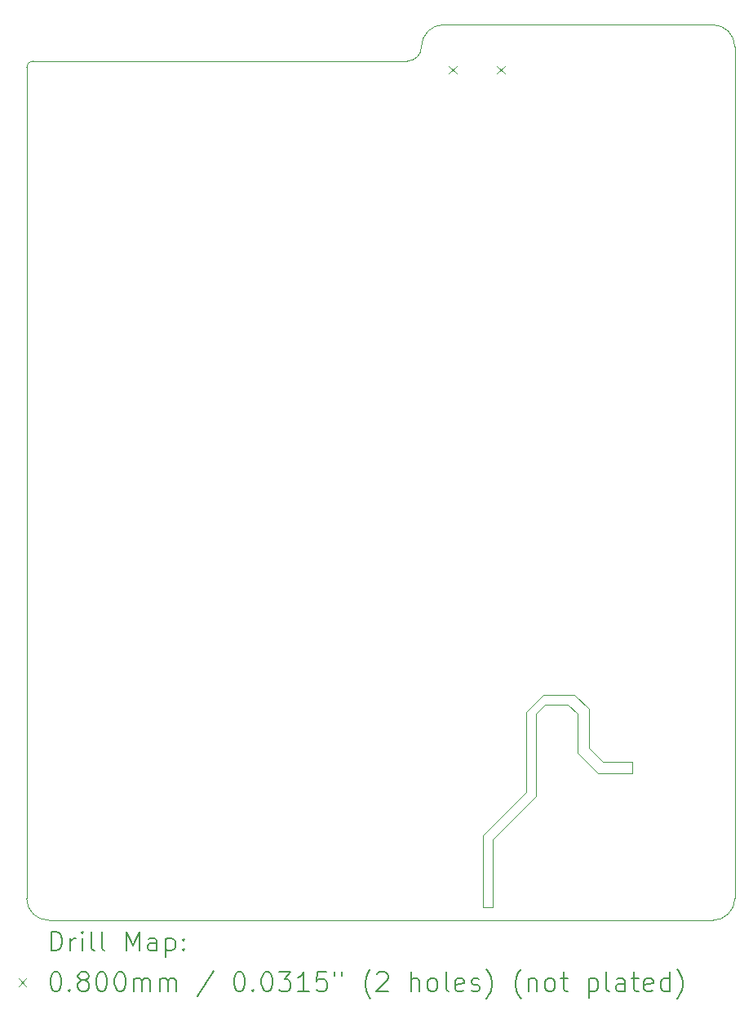
<source format=gbr>
%TF.GenerationSoftware,KiCad,Pcbnew,7.0.10*%
%TF.CreationDate,2024-03-23T12:12:29+07:00*%
%TF.ProjectId,BTL_ESD,42544c5f-4553-4442-9e6b-696361645f70,rev?*%
%TF.SameCoordinates,Original*%
%TF.FileFunction,Drillmap*%
%TF.FilePolarity,Positive*%
%FSLAX45Y45*%
G04 Gerber Fmt 4.5, Leading zero omitted, Abs format (unit mm)*
G04 Created by KiCad (PCBNEW 7.0.10) date 2024-03-23 12:12:29*
%MOMM*%
%LPD*%
G01*
G04 APERTURE LIST*
%ADD10C,0.100000*%
%ADD11C,0.200000*%
G04 APERTURE END LIST*
D10*
X16888460Y-13738857D02*
G75*
G03*
X17116207Y-13511113I0J227747D01*
G01*
X14950000Y-11579000D02*
X14950000Y-12408000D01*
X9766300Y-13511113D02*
X9766300Y-4895000D01*
X14499977Y-12858343D02*
X14499977Y-13600000D01*
X17116207Y-4682073D02*
X17116207Y-13511113D01*
X14600000Y-13600000D02*
X14600000Y-12900000D01*
X17116204Y-4682073D02*
G75*
G03*
X16888460Y-4454326I-227744J3D01*
G01*
X9833000Y-4829000D02*
X13717153Y-4829000D01*
X15050000Y-12450000D02*
X15050000Y-11600000D01*
X15600000Y-11550000D02*
X15450000Y-11400000D01*
X15150000Y-11500000D02*
X15382240Y-11500000D01*
X15382240Y-11500000D02*
X15482240Y-11600000D01*
X15050000Y-11600000D02*
X15150000Y-11500000D01*
X14600026Y-12899974D02*
X15050006Y-12449993D01*
X9766300Y-13511113D02*
G75*
G03*
X9994047Y-13738860I227750J3D01*
G01*
X13716853Y-4829393D02*
G75*
G03*
X13864173Y-4682073I-3J147323D01*
G01*
X14091920Y-4454326D02*
X16888460Y-4454326D01*
X16050000Y-12217760D02*
X16050000Y-12100000D01*
X14500000Y-13600000D02*
X14600000Y-13600000D01*
X14949684Y-12408636D02*
X14499977Y-12858343D01*
X9833088Y-4828996D02*
G75*
G03*
X9766496Y-4895592I2J-66594D01*
G01*
X14091920Y-4454323D02*
G75*
G03*
X13864173Y-4682073I0J-227747D01*
G01*
X15600000Y-11950000D02*
X15600000Y-11550000D01*
X15750000Y-12100000D02*
X15600000Y-11950000D01*
X16050000Y-12100000D02*
X15750000Y-12100000D01*
X15482240Y-12000000D02*
X15700000Y-12217760D01*
X15482240Y-11600000D02*
X15482240Y-12000000D01*
X15450000Y-11400000D02*
X15129000Y-11400000D01*
X15700000Y-12217760D02*
X16050000Y-12217760D01*
X15128948Y-11400055D02*
X14950035Y-11578968D01*
X16888460Y-13738860D02*
X9994900Y-13738860D01*
D11*
D10*
X14150400Y-4883080D02*
X14230400Y-4963080D01*
X14230400Y-4883080D02*
X14150400Y-4963080D01*
X14650400Y-4883080D02*
X14730400Y-4963080D01*
X14730400Y-4883080D02*
X14650400Y-4963080D01*
D11*
X10022077Y-14055344D02*
X10022077Y-13855344D01*
X10022077Y-13855344D02*
X10069696Y-13855344D01*
X10069696Y-13855344D02*
X10098267Y-13864868D01*
X10098267Y-13864868D02*
X10117315Y-13883915D01*
X10117315Y-13883915D02*
X10126839Y-13902963D01*
X10126839Y-13902963D02*
X10136363Y-13941058D01*
X10136363Y-13941058D02*
X10136363Y-13969629D01*
X10136363Y-13969629D02*
X10126839Y-14007725D01*
X10126839Y-14007725D02*
X10117315Y-14026772D01*
X10117315Y-14026772D02*
X10098267Y-14045820D01*
X10098267Y-14045820D02*
X10069696Y-14055344D01*
X10069696Y-14055344D02*
X10022077Y-14055344D01*
X10222077Y-14055344D02*
X10222077Y-13922010D01*
X10222077Y-13960106D02*
X10231601Y-13941058D01*
X10231601Y-13941058D02*
X10241124Y-13931534D01*
X10241124Y-13931534D02*
X10260172Y-13922010D01*
X10260172Y-13922010D02*
X10279220Y-13922010D01*
X10345886Y-14055344D02*
X10345886Y-13922010D01*
X10345886Y-13855344D02*
X10336363Y-13864868D01*
X10336363Y-13864868D02*
X10345886Y-13874391D01*
X10345886Y-13874391D02*
X10355410Y-13864868D01*
X10355410Y-13864868D02*
X10345886Y-13855344D01*
X10345886Y-13855344D02*
X10345886Y-13874391D01*
X10469696Y-14055344D02*
X10450648Y-14045820D01*
X10450648Y-14045820D02*
X10441124Y-14026772D01*
X10441124Y-14026772D02*
X10441124Y-13855344D01*
X10574458Y-14055344D02*
X10555410Y-14045820D01*
X10555410Y-14045820D02*
X10545886Y-14026772D01*
X10545886Y-14026772D02*
X10545886Y-13855344D01*
X10803029Y-14055344D02*
X10803029Y-13855344D01*
X10803029Y-13855344D02*
X10869696Y-13998201D01*
X10869696Y-13998201D02*
X10936363Y-13855344D01*
X10936363Y-13855344D02*
X10936363Y-14055344D01*
X11117315Y-14055344D02*
X11117315Y-13950582D01*
X11117315Y-13950582D02*
X11107791Y-13931534D01*
X11107791Y-13931534D02*
X11088744Y-13922010D01*
X11088744Y-13922010D02*
X11050648Y-13922010D01*
X11050648Y-13922010D02*
X11031601Y-13931534D01*
X11117315Y-14045820D02*
X11098267Y-14055344D01*
X11098267Y-14055344D02*
X11050648Y-14055344D01*
X11050648Y-14055344D02*
X11031601Y-14045820D01*
X11031601Y-14045820D02*
X11022077Y-14026772D01*
X11022077Y-14026772D02*
X11022077Y-14007725D01*
X11022077Y-14007725D02*
X11031601Y-13988677D01*
X11031601Y-13988677D02*
X11050648Y-13979153D01*
X11050648Y-13979153D02*
X11098267Y-13979153D01*
X11098267Y-13979153D02*
X11117315Y-13969629D01*
X11212553Y-13922010D02*
X11212553Y-14122010D01*
X11212553Y-13931534D02*
X11231601Y-13922010D01*
X11231601Y-13922010D02*
X11269696Y-13922010D01*
X11269696Y-13922010D02*
X11288743Y-13931534D01*
X11288743Y-13931534D02*
X11298267Y-13941058D01*
X11298267Y-13941058D02*
X11307791Y-13960106D01*
X11307791Y-13960106D02*
X11307791Y-14017248D01*
X11307791Y-14017248D02*
X11298267Y-14036296D01*
X11298267Y-14036296D02*
X11288743Y-14045820D01*
X11288743Y-14045820D02*
X11269696Y-14055344D01*
X11269696Y-14055344D02*
X11231601Y-14055344D01*
X11231601Y-14055344D02*
X11212553Y-14045820D01*
X11393505Y-14036296D02*
X11403029Y-14045820D01*
X11403029Y-14045820D02*
X11393505Y-14055344D01*
X11393505Y-14055344D02*
X11383982Y-14045820D01*
X11383982Y-14045820D02*
X11393505Y-14036296D01*
X11393505Y-14036296D02*
X11393505Y-14055344D01*
X11393505Y-13931534D02*
X11403029Y-13941058D01*
X11403029Y-13941058D02*
X11393505Y-13950582D01*
X11393505Y-13950582D02*
X11383982Y-13941058D01*
X11383982Y-13941058D02*
X11393505Y-13931534D01*
X11393505Y-13931534D02*
X11393505Y-13950582D01*
D10*
X9681300Y-14343860D02*
X9761300Y-14423860D01*
X9761300Y-14343860D02*
X9681300Y-14423860D01*
D11*
X10060172Y-14275344D02*
X10079220Y-14275344D01*
X10079220Y-14275344D02*
X10098267Y-14284868D01*
X10098267Y-14284868D02*
X10107791Y-14294391D01*
X10107791Y-14294391D02*
X10117315Y-14313439D01*
X10117315Y-14313439D02*
X10126839Y-14351534D01*
X10126839Y-14351534D02*
X10126839Y-14399153D01*
X10126839Y-14399153D02*
X10117315Y-14437248D01*
X10117315Y-14437248D02*
X10107791Y-14456296D01*
X10107791Y-14456296D02*
X10098267Y-14465820D01*
X10098267Y-14465820D02*
X10079220Y-14475344D01*
X10079220Y-14475344D02*
X10060172Y-14475344D01*
X10060172Y-14475344D02*
X10041124Y-14465820D01*
X10041124Y-14465820D02*
X10031601Y-14456296D01*
X10031601Y-14456296D02*
X10022077Y-14437248D01*
X10022077Y-14437248D02*
X10012553Y-14399153D01*
X10012553Y-14399153D02*
X10012553Y-14351534D01*
X10012553Y-14351534D02*
X10022077Y-14313439D01*
X10022077Y-14313439D02*
X10031601Y-14294391D01*
X10031601Y-14294391D02*
X10041124Y-14284868D01*
X10041124Y-14284868D02*
X10060172Y-14275344D01*
X10212553Y-14456296D02*
X10222077Y-14465820D01*
X10222077Y-14465820D02*
X10212553Y-14475344D01*
X10212553Y-14475344D02*
X10203029Y-14465820D01*
X10203029Y-14465820D02*
X10212553Y-14456296D01*
X10212553Y-14456296D02*
X10212553Y-14475344D01*
X10336363Y-14361058D02*
X10317315Y-14351534D01*
X10317315Y-14351534D02*
X10307791Y-14342010D01*
X10307791Y-14342010D02*
X10298267Y-14322963D01*
X10298267Y-14322963D02*
X10298267Y-14313439D01*
X10298267Y-14313439D02*
X10307791Y-14294391D01*
X10307791Y-14294391D02*
X10317315Y-14284868D01*
X10317315Y-14284868D02*
X10336363Y-14275344D01*
X10336363Y-14275344D02*
X10374458Y-14275344D01*
X10374458Y-14275344D02*
X10393505Y-14284868D01*
X10393505Y-14284868D02*
X10403029Y-14294391D01*
X10403029Y-14294391D02*
X10412553Y-14313439D01*
X10412553Y-14313439D02*
X10412553Y-14322963D01*
X10412553Y-14322963D02*
X10403029Y-14342010D01*
X10403029Y-14342010D02*
X10393505Y-14351534D01*
X10393505Y-14351534D02*
X10374458Y-14361058D01*
X10374458Y-14361058D02*
X10336363Y-14361058D01*
X10336363Y-14361058D02*
X10317315Y-14370582D01*
X10317315Y-14370582D02*
X10307791Y-14380106D01*
X10307791Y-14380106D02*
X10298267Y-14399153D01*
X10298267Y-14399153D02*
X10298267Y-14437248D01*
X10298267Y-14437248D02*
X10307791Y-14456296D01*
X10307791Y-14456296D02*
X10317315Y-14465820D01*
X10317315Y-14465820D02*
X10336363Y-14475344D01*
X10336363Y-14475344D02*
X10374458Y-14475344D01*
X10374458Y-14475344D02*
X10393505Y-14465820D01*
X10393505Y-14465820D02*
X10403029Y-14456296D01*
X10403029Y-14456296D02*
X10412553Y-14437248D01*
X10412553Y-14437248D02*
X10412553Y-14399153D01*
X10412553Y-14399153D02*
X10403029Y-14380106D01*
X10403029Y-14380106D02*
X10393505Y-14370582D01*
X10393505Y-14370582D02*
X10374458Y-14361058D01*
X10536363Y-14275344D02*
X10555410Y-14275344D01*
X10555410Y-14275344D02*
X10574458Y-14284868D01*
X10574458Y-14284868D02*
X10583982Y-14294391D01*
X10583982Y-14294391D02*
X10593505Y-14313439D01*
X10593505Y-14313439D02*
X10603029Y-14351534D01*
X10603029Y-14351534D02*
X10603029Y-14399153D01*
X10603029Y-14399153D02*
X10593505Y-14437248D01*
X10593505Y-14437248D02*
X10583982Y-14456296D01*
X10583982Y-14456296D02*
X10574458Y-14465820D01*
X10574458Y-14465820D02*
X10555410Y-14475344D01*
X10555410Y-14475344D02*
X10536363Y-14475344D01*
X10536363Y-14475344D02*
X10517315Y-14465820D01*
X10517315Y-14465820D02*
X10507791Y-14456296D01*
X10507791Y-14456296D02*
X10498267Y-14437248D01*
X10498267Y-14437248D02*
X10488744Y-14399153D01*
X10488744Y-14399153D02*
X10488744Y-14351534D01*
X10488744Y-14351534D02*
X10498267Y-14313439D01*
X10498267Y-14313439D02*
X10507791Y-14294391D01*
X10507791Y-14294391D02*
X10517315Y-14284868D01*
X10517315Y-14284868D02*
X10536363Y-14275344D01*
X10726839Y-14275344D02*
X10745886Y-14275344D01*
X10745886Y-14275344D02*
X10764934Y-14284868D01*
X10764934Y-14284868D02*
X10774458Y-14294391D01*
X10774458Y-14294391D02*
X10783982Y-14313439D01*
X10783982Y-14313439D02*
X10793505Y-14351534D01*
X10793505Y-14351534D02*
X10793505Y-14399153D01*
X10793505Y-14399153D02*
X10783982Y-14437248D01*
X10783982Y-14437248D02*
X10774458Y-14456296D01*
X10774458Y-14456296D02*
X10764934Y-14465820D01*
X10764934Y-14465820D02*
X10745886Y-14475344D01*
X10745886Y-14475344D02*
X10726839Y-14475344D01*
X10726839Y-14475344D02*
X10707791Y-14465820D01*
X10707791Y-14465820D02*
X10698267Y-14456296D01*
X10698267Y-14456296D02*
X10688744Y-14437248D01*
X10688744Y-14437248D02*
X10679220Y-14399153D01*
X10679220Y-14399153D02*
X10679220Y-14351534D01*
X10679220Y-14351534D02*
X10688744Y-14313439D01*
X10688744Y-14313439D02*
X10698267Y-14294391D01*
X10698267Y-14294391D02*
X10707791Y-14284868D01*
X10707791Y-14284868D02*
X10726839Y-14275344D01*
X10879220Y-14475344D02*
X10879220Y-14342010D01*
X10879220Y-14361058D02*
X10888744Y-14351534D01*
X10888744Y-14351534D02*
X10907791Y-14342010D01*
X10907791Y-14342010D02*
X10936363Y-14342010D01*
X10936363Y-14342010D02*
X10955410Y-14351534D01*
X10955410Y-14351534D02*
X10964934Y-14370582D01*
X10964934Y-14370582D02*
X10964934Y-14475344D01*
X10964934Y-14370582D02*
X10974458Y-14351534D01*
X10974458Y-14351534D02*
X10993505Y-14342010D01*
X10993505Y-14342010D02*
X11022077Y-14342010D01*
X11022077Y-14342010D02*
X11041125Y-14351534D01*
X11041125Y-14351534D02*
X11050648Y-14370582D01*
X11050648Y-14370582D02*
X11050648Y-14475344D01*
X11145886Y-14475344D02*
X11145886Y-14342010D01*
X11145886Y-14361058D02*
X11155410Y-14351534D01*
X11155410Y-14351534D02*
X11174458Y-14342010D01*
X11174458Y-14342010D02*
X11203029Y-14342010D01*
X11203029Y-14342010D02*
X11222077Y-14351534D01*
X11222077Y-14351534D02*
X11231601Y-14370582D01*
X11231601Y-14370582D02*
X11231601Y-14475344D01*
X11231601Y-14370582D02*
X11241124Y-14351534D01*
X11241124Y-14351534D02*
X11260172Y-14342010D01*
X11260172Y-14342010D02*
X11288743Y-14342010D01*
X11288743Y-14342010D02*
X11307791Y-14351534D01*
X11307791Y-14351534D02*
X11317315Y-14370582D01*
X11317315Y-14370582D02*
X11317315Y-14475344D01*
X11707791Y-14265820D02*
X11536363Y-14522963D01*
X11964934Y-14275344D02*
X11983982Y-14275344D01*
X11983982Y-14275344D02*
X12003029Y-14284868D01*
X12003029Y-14284868D02*
X12012553Y-14294391D01*
X12012553Y-14294391D02*
X12022077Y-14313439D01*
X12022077Y-14313439D02*
X12031601Y-14351534D01*
X12031601Y-14351534D02*
X12031601Y-14399153D01*
X12031601Y-14399153D02*
X12022077Y-14437248D01*
X12022077Y-14437248D02*
X12012553Y-14456296D01*
X12012553Y-14456296D02*
X12003029Y-14465820D01*
X12003029Y-14465820D02*
X11983982Y-14475344D01*
X11983982Y-14475344D02*
X11964934Y-14475344D01*
X11964934Y-14475344D02*
X11945886Y-14465820D01*
X11945886Y-14465820D02*
X11936363Y-14456296D01*
X11936363Y-14456296D02*
X11926839Y-14437248D01*
X11926839Y-14437248D02*
X11917315Y-14399153D01*
X11917315Y-14399153D02*
X11917315Y-14351534D01*
X11917315Y-14351534D02*
X11926839Y-14313439D01*
X11926839Y-14313439D02*
X11936363Y-14294391D01*
X11936363Y-14294391D02*
X11945886Y-14284868D01*
X11945886Y-14284868D02*
X11964934Y-14275344D01*
X12117315Y-14456296D02*
X12126839Y-14465820D01*
X12126839Y-14465820D02*
X12117315Y-14475344D01*
X12117315Y-14475344D02*
X12107791Y-14465820D01*
X12107791Y-14465820D02*
X12117315Y-14456296D01*
X12117315Y-14456296D02*
X12117315Y-14475344D01*
X12250648Y-14275344D02*
X12269696Y-14275344D01*
X12269696Y-14275344D02*
X12288744Y-14284868D01*
X12288744Y-14284868D02*
X12298267Y-14294391D01*
X12298267Y-14294391D02*
X12307791Y-14313439D01*
X12307791Y-14313439D02*
X12317315Y-14351534D01*
X12317315Y-14351534D02*
X12317315Y-14399153D01*
X12317315Y-14399153D02*
X12307791Y-14437248D01*
X12307791Y-14437248D02*
X12298267Y-14456296D01*
X12298267Y-14456296D02*
X12288744Y-14465820D01*
X12288744Y-14465820D02*
X12269696Y-14475344D01*
X12269696Y-14475344D02*
X12250648Y-14475344D01*
X12250648Y-14475344D02*
X12231601Y-14465820D01*
X12231601Y-14465820D02*
X12222077Y-14456296D01*
X12222077Y-14456296D02*
X12212553Y-14437248D01*
X12212553Y-14437248D02*
X12203029Y-14399153D01*
X12203029Y-14399153D02*
X12203029Y-14351534D01*
X12203029Y-14351534D02*
X12212553Y-14313439D01*
X12212553Y-14313439D02*
X12222077Y-14294391D01*
X12222077Y-14294391D02*
X12231601Y-14284868D01*
X12231601Y-14284868D02*
X12250648Y-14275344D01*
X12383982Y-14275344D02*
X12507791Y-14275344D01*
X12507791Y-14275344D02*
X12441125Y-14351534D01*
X12441125Y-14351534D02*
X12469696Y-14351534D01*
X12469696Y-14351534D02*
X12488744Y-14361058D01*
X12488744Y-14361058D02*
X12498267Y-14370582D01*
X12498267Y-14370582D02*
X12507791Y-14389629D01*
X12507791Y-14389629D02*
X12507791Y-14437248D01*
X12507791Y-14437248D02*
X12498267Y-14456296D01*
X12498267Y-14456296D02*
X12488744Y-14465820D01*
X12488744Y-14465820D02*
X12469696Y-14475344D01*
X12469696Y-14475344D02*
X12412553Y-14475344D01*
X12412553Y-14475344D02*
X12393506Y-14465820D01*
X12393506Y-14465820D02*
X12383982Y-14456296D01*
X12698267Y-14475344D02*
X12583982Y-14475344D01*
X12641125Y-14475344D02*
X12641125Y-14275344D01*
X12641125Y-14275344D02*
X12622077Y-14303915D01*
X12622077Y-14303915D02*
X12603029Y-14322963D01*
X12603029Y-14322963D02*
X12583982Y-14332487D01*
X12879220Y-14275344D02*
X12783982Y-14275344D01*
X12783982Y-14275344D02*
X12774458Y-14370582D01*
X12774458Y-14370582D02*
X12783982Y-14361058D01*
X12783982Y-14361058D02*
X12803029Y-14351534D01*
X12803029Y-14351534D02*
X12850648Y-14351534D01*
X12850648Y-14351534D02*
X12869696Y-14361058D01*
X12869696Y-14361058D02*
X12879220Y-14370582D01*
X12879220Y-14370582D02*
X12888744Y-14389629D01*
X12888744Y-14389629D02*
X12888744Y-14437248D01*
X12888744Y-14437248D02*
X12879220Y-14456296D01*
X12879220Y-14456296D02*
X12869696Y-14465820D01*
X12869696Y-14465820D02*
X12850648Y-14475344D01*
X12850648Y-14475344D02*
X12803029Y-14475344D01*
X12803029Y-14475344D02*
X12783982Y-14465820D01*
X12783982Y-14465820D02*
X12774458Y-14456296D01*
X12964934Y-14275344D02*
X12964934Y-14313439D01*
X13041125Y-14275344D02*
X13041125Y-14313439D01*
X13336363Y-14551534D02*
X13326839Y-14542010D01*
X13326839Y-14542010D02*
X13307791Y-14513439D01*
X13307791Y-14513439D02*
X13298268Y-14494391D01*
X13298268Y-14494391D02*
X13288744Y-14465820D01*
X13288744Y-14465820D02*
X13279220Y-14418201D01*
X13279220Y-14418201D02*
X13279220Y-14380106D01*
X13279220Y-14380106D02*
X13288744Y-14332487D01*
X13288744Y-14332487D02*
X13298268Y-14303915D01*
X13298268Y-14303915D02*
X13307791Y-14284868D01*
X13307791Y-14284868D02*
X13326839Y-14256296D01*
X13326839Y-14256296D02*
X13336363Y-14246772D01*
X13403029Y-14294391D02*
X13412553Y-14284868D01*
X13412553Y-14284868D02*
X13431601Y-14275344D01*
X13431601Y-14275344D02*
X13479220Y-14275344D01*
X13479220Y-14275344D02*
X13498268Y-14284868D01*
X13498268Y-14284868D02*
X13507791Y-14294391D01*
X13507791Y-14294391D02*
X13517315Y-14313439D01*
X13517315Y-14313439D02*
X13517315Y-14332487D01*
X13517315Y-14332487D02*
X13507791Y-14361058D01*
X13507791Y-14361058D02*
X13393506Y-14475344D01*
X13393506Y-14475344D02*
X13517315Y-14475344D01*
X13755410Y-14475344D02*
X13755410Y-14275344D01*
X13841125Y-14475344D02*
X13841125Y-14370582D01*
X13841125Y-14370582D02*
X13831601Y-14351534D01*
X13831601Y-14351534D02*
X13812553Y-14342010D01*
X13812553Y-14342010D02*
X13783982Y-14342010D01*
X13783982Y-14342010D02*
X13764934Y-14351534D01*
X13764934Y-14351534D02*
X13755410Y-14361058D01*
X13964934Y-14475344D02*
X13945887Y-14465820D01*
X13945887Y-14465820D02*
X13936363Y-14456296D01*
X13936363Y-14456296D02*
X13926839Y-14437248D01*
X13926839Y-14437248D02*
X13926839Y-14380106D01*
X13926839Y-14380106D02*
X13936363Y-14361058D01*
X13936363Y-14361058D02*
X13945887Y-14351534D01*
X13945887Y-14351534D02*
X13964934Y-14342010D01*
X13964934Y-14342010D02*
X13993506Y-14342010D01*
X13993506Y-14342010D02*
X14012553Y-14351534D01*
X14012553Y-14351534D02*
X14022077Y-14361058D01*
X14022077Y-14361058D02*
X14031601Y-14380106D01*
X14031601Y-14380106D02*
X14031601Y-14437248D01*
X14031601Y-14437248D02*
X14022077Y-14456296D01*
X14022077Y-14456296D02*
X14012553Y-14465820D01*
X14012553Y-14465820D02*
X13993506Y-14475344D01*
X13993506Y-14475344D02*
X13964934Y-14475344D01*
X14145887Y-14475344D02*
X14126839Y-14465820D01*
X14126839Y-14465820D02*
X14117315Y-14446772D01*
X14117315Y-14446772D02*
X14117315Y-14275344D01*
X14298268Y-14465820D02*
X14279220Y-14475344D01*
X14279220Y-14475344D02*
X14241125Y-14475344D01*
X14241125Y-14475344D02*
X14222077Y-14465820D01*
X14222077Y-14465820D02*
X14212553Y-14446772D01*
X14212553Y-14446772D02*
X14212553Y-14370582D01*
X14212553Y-14370582D02*
X14222077Y-14351534D01*
X14222077Y-14351534D02*
X14241125Y-14342010D01*
X14241125Y-14342010D02*
X14279220Y-14342010D01*
X14279220Y-14342010D02*
X14298268Y-14351534D01*
X14298268Y-14351534D02*
X14307791Y-14370582D01*
X14307791Y-14370582D02*
X14307791Y-14389629D01*
X14307791Y-14389629D02*
X14212553Y-14408677D01*
X14383982Y-14465820D02*
X14403030Y-14475344D01*
X14403030Y-14475344D02*
X14441125Y-14475344D01*
X14441125Y-14475344D02*
X14460172Y-14465820D01*
X14460172Y-14465820D02*
X14469696Y-14446772D01*
X14469696Y-14446772D02*
X14469696Y-14437248D01*
X14469696Y-14437248D02*
X14460172Y-14418201D01*
X14460172Y-14418201D02*
X14441125Y-14408677D01*
X14441125Y-14408677D02*
X14412553Y-14408677D01*
X14412553Y-14408677D02*
X14393506Y-14399153D01*
X14393506Y-14399153D02*
X14383982Y-14380106D01*
X14383982Y-14380106D02*
X14383982Y-14370582D01*
X14383982Y-14370582D02*
X14393506Y-14351534D01*
X14393506Y-14351534D02*
X14412553Y-14342010D01*
X14412553Y-14342010D02*
X14441125Y-14342010D01*
X14441125Y-14342010D02*
X14460172Y-14351534D01*
X14536363Y-14551534D02*
X14545887Y-14542010D01*
X14545887Y-14542010D02*
X14564934Y-14513439D01*
X14564934Y-14513439D02*
X14574458Y-14494391D01*
X14574458Y-14494391D02*
X14583982Y-14465820D01*
X14583982Y-14465820D02*
X14593506Y-14418201D01*
X14593506Y-14418201D02*
X14593506Y-14380106D01*
X14593506Y-14380106D02*
X14583982Y-14332487D01*
X14583982Y-14332487D02*
X14574458Y-14303915D01*
X14574458Y-14303915D02*
X14564934Y-14284868D01*
X14564934Y-14284868D02*
X14545887Y-14256296D01*
X14545887Y-14256296D02*
X14536363Y-14246772D01*
X14898268Y-14551534D02*
X14888744Y-14542010D01*
X14888744Y-14542010D02*
X14869696Y-14513439D01*
X14869696Y-14513439D02*
X14860172Y-14494391D01*
X14860172Y-14494391D02*
X14850649Y-14465820D01*
X14850649Y-14465820D02*
X14841125Y-14418201D01*
X14841125Y-14418201D02*
X14841125Y-14380106D01*
X14841125Y-14380106D02*
X14850649Y-14332487D01*
X14850649Y-14332487D02*
X14860172Y-14303915D01*
X14860172Y-14303915D02*
X14869696Y-14284868D01*
X14869696Y-14284868D02*
X14888744Y-14256296D01*
X14888744Y-14256296D02*
X14898268Y-14246772D01*
X14974458Y-14342010D02*
X14974458Y-14475344D01*
X14974458Y-14361058D02*
X14983982Y-14351534D01*
X14983982Y-14351534D02*
X15003030Y-14342010D01*
X15003030Y-14342010D02*
X15031601Y-14342010D01*
X15031601Y-14342010D02*
X15050649Y-14351534D01*
X15050649Y-14351534D02*
X15060172Y-14370582D01*
X15060172Y-14370582D02*
X15060172Y-14475344D01*
X15183982Y-14475344D02*
X15164934Y-14465820D01*
X15164934Y-14465820D02*
X15155411Y-14456296D01*
X15155411Y-14456296D02*
X15145887Y-14437248D01*
X15145887Y-14437248D02*
X15145887Y-14380106D01*
X15145887Y-14380106D02*
X15155411Y-14361058D01*
X15155411Y-14361058D02*
X15164934Y-14351534D01*
X15164934Y-14351534D02*
X15183982Y-14342010D01*
X15183982Y-14342010D02*
X15212553Y-14342010D01*
X15212553Y-14342010D02*
X15231601Y-14351534D01*
X15231601Y-14351534D02*
X15241125Y-14361058D01*
X15241125Y-14361058D02*
X15250649Y-14380106D01*
X15250649Y-14380106D02*
X15250649Y-14437248D01*
X15250649Y-14437248D02*
X15241125Y-14456296D01*
X15241125Y-14456296D02*
X15231601Y-14465820D01*
X15231601Y-14465820D02*
X15212553Y-14475344D01*
X15212553Y-14475344D02*
X15183982Y-14475344D01*
X15307792Y-14342010D02*
X15383982Y-14342010D01*
X15336363Y-14275344D02*
X15336363Y-14446772D01*
X15336363Y-14446772D02*
X15345887Y-14465820D01*
X15345887Y-14465820D02*
X15364934Y-14475344D01*
X15364934Y-14475344D02*
X15383982Y-14475344D01*
X15603030Y-14342010D02*
X15603030Y-14542010D01*
X15603030Y-14351534D02*
X15622077Y-14342010D01*
X15622077Y-14342010D02*
X15660173Y-14342010D01*
X15660173Y-14342010D02*
X15679220Y-14351534D01*
X15679220Y-14351534D02*
X15688744Y-14361058D01*
X15688744Y-14361058D02*
X15698268Y-14380106D01*
X15698268Y-14380106D02*
X15698268Y-14437248D01*
X15698268Y-14437248D02*
X15688744Y-14456296D01*
X15688744Y-14456296D02*
X15679220Y-14465820D01*
X15679220Y-14465820D02*
X15660173Y-14475344D01*
X15660173Y-14475344D02*
X15622077Y-14475344D01*
X15622077Y-14475344D02*
X15603030Y-14465820D01*
X15812553Y-14475344D02*
X15793506Y-14465820D01*
X15793506Y-14465820D02*
X15783982Y-14446772D01*
X15783982Y-14446772D02*
X15783982Y-14275344D01*
X15974458Y-14475344D02*
X15974458Y-14370582D01*
X15974458Y-14370582D02*
X15964934Y-14351534D01*
X15964934Y-14351534D02*
X15945887Y-14342010D01*
X15945887Y-14342010D02*
X15907792Y-14342010D01*
X15907792Y-14342010D02*
X15888744Y-14351534D01*
X15974458Y-14465820D02*
X15955411Y-14475344D01*
X15955411Y-14475344D02*
X15907792Y-14475344D01*
X15907792Y-14475344D02*
X15888744Y-14465820D01*
X15888744Y-14465820D02*
X15879220Y-14446772D01*
X15879220Y-14446772D02*
X15879220Y-14427725D01*
X15879220Y-14427725D02*
X15888744Y-14408677D01*
X15888744Y-14408677D02*
X15907792Y-14399153D01*
X15907792Y-14399153D02*
X15955411Y-14399153D01*
X15955411Y-14399153D02*
X15974458Y-14389629D01*
X16041125Y-14342010D02*
X16117315Y-14342010D01*
X16069696Y-14275344D02*
X16069696Y-14446772D01*
X16069696Y-14446772D02*
X16079220Y-14465820D01*
X16079220Y-14465820D02*
X16098268Y-14475344D01*
X16098268Y-14475344D02*
X16117315Y-14475344D01*
X16260173Y-14465820D02*
X16241125Y-14475344D01*
X16241125Y-14475344D02*
X16203030Y-14475344D01*
X16203030Y-14475344D02*
X16183982Y-14465820D01*
X16183982Y-14465820D02*
X16174458Y-14446772D01*
X16174458Y-14446772D02*
X16174458Y-14370582D01*
X16174458Y-14370582D02*
X16183982Y-14351534D01*
X16183982Y-14351534D02*
X16203030Y-14342010D01*
X16203030Y-14342010D02*
X16241125Y-14342010D01*
X16241125Y-14342010D02*
X16260173Y-14351534D01*
X16260173Y-14351534D02*
X16269696Y-14370582D01*
X16269696Y-14370582D02*
X16269696Y-14389629D01*
X16269696Y-14389629D02*
X16174458Y-14408677D01*
X16441125Y-14475344D02*
X16441125Y-14275344D01*
X16441125Y-14465820D02*
X16422077Y-14475344D01*
X16422077Y-14475344D02*
X16383982Y-14475344D01*
X16383982Y-14475344D02*
X16364934Y-14465820D01*
X16364934Y-14465820D02*
X16355411Y-14456296D01*
X16355411Y-14456296D02*
X16345887Y-14437248D01*
X16345887Y-14437248D02*
X16345887Y-14380106D01*
X16345887Y-14380106D02*
X16355411Y-14361058D01*
X16355411Y-14361058D02*
X16364934Y-14351534D01*
X16364934Y-14351534D02*
X16383982Y-14342010D01*
X16383982Y-14342010D02*
X16422077Y-14342010D01*
X16422077Y-14342010D02*
X16441125Y-14351534D01*
X16517315Y-14551534D02*
X16526839Y-14542010D01*
X16526839Y-14542010D02*
X16545887Y-14513439D01*
X16545887Y-14513439D02*
X16555411Y-14494391D01*
X16555411Y-14494391D02*
X16564934Y-14465820D01*
X16564934Y-14465820D02*
X16574458Y-14418201D01*
X16574458Y-14418201D02*
X16574458Y-14380106D01*
X16574458Y-14380106D02*
X16564934Y-14332487D01*
X16564934Y-14332487D02*
X16555411Y-14303915D01*
X16555411Y-14303915D02*
X16545887Y-14284868D01*
X16545887Y-14284868D02*
X16526839Y-14256296D01*
X16526839Y-14256296D02*
X16517315Y-14246772D01*
M02*

</source>
